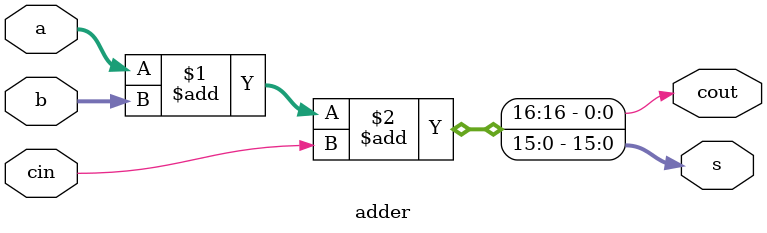
<source format=v>

module adder(a,b,cin,s,cout);
parameter n = 16;
    input  [n-1:0] a;
	input [n-1:0] b;
	input cin;
    output [n-1:0] s;
	output cout;
	assign {cout,s} = a + b + cin;
endmodule
</source>
